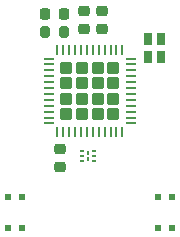
<source format=gbr>
%TF.GenerationSoftware,KiCad,Pcbnew,(6.0.7)*%
%TF.CreationDate,2023-02-02T23:10:42+01:00*%
%TF.ProjectId,ESP31-01_V4,45535033-312d-4303-915f-56342e6b6963,rev?*%
%TF.SameCoordinates,Original*%
%TF.FileFunction,Paste,Top*%
%TF.FilePolarity,Positive*%
%FSLAX46Y46*%
G04 Gerber Fmt 4.6, Leading zero omitted, Abs format (unit mm)*
G04 Created by KiCad (PCBNEW (6.0.7)) date 2023-02-02 23:10:42*
%MOMM*%
%LPD*%
G01*
G04 APERTURE LIST*
G04 Aperture macros list*
%AMRoundRect*
0 Rectangle with rounded corners*
0 $1 Rounding radius*
0 $2 $3 $4 $5 $6 $7 $8 $9 X,Y pos of 4 corners*
0 Add a 4 corners polygon primitive as box body*
4,1,4,$2,$3,$4,$5,$6,$7,$8,$9,$2,$3,0*
0 Add four circle primitives for the rounded corners*
1,1,$1+$1,$2,$3*
1,1,$1+$1,$4,$5*
1,1,$1+$1,$6,$7*
1,1,$1+$1,$8,$9*
0 Add four rect primitives between the rounded corners*
20,1,$1+$1,$2,$3,$4,$5,0*
20,1,$1+$1,$4,$5,$6,$7,0*
20,1,$1+$1,$6,$7,$8,$9,0*
20,1,$1+$1,$8,$9,$2,$3,0*%
G04 Aperture macros list end*
%ADD10RoundRect,0.060000X0.060000X0.130000X-0.060000X0.130000X-0.060000X-0.130000X0.060000X-0.130000X0*%
%ADD11R,0.350000X0.180000*%
%ADD12RoundRect,0.225000X0.250000X-0.225000X0.250000X0.225000X-0.250000X0.225000X-0.250000X-0.225000X0*%
%ADD13RoundRect,0.225000X-0.225000X-0.250000X0.225000X-0.250000X0.225000X0.250000X-0.225000X0.250000X0*%
%ADD14RoundRect,0.225000X-0.250000X0.225000X-0.250000X-0.225000X0.250000X-0.225000X0.250000X0.225000X0*%
%ADD15RoundRect,0.250000X-0.285000X0.285000X-0.285000X-0.285000X0.285000X-0.285000X0.285000X0.285000X0*%
%ADD16RoundRect,0.062500X-0.062500X0.337500X-0.062500X-0.337500X0.062500X-0.337500X0.062500X0.337500X0*%
%ADD17RoundRect,0.062500X-0.337500X0.062500X-0.337500X-0.062500X0.337500X-0.062500X0.337500X0.062500X0*%
%ADD18RoundRect,0.200000X0.200000X0.275000X-0.200000X0.275000X-0.200000X-0.275000X0.200000X-0.275000X0*%
%ADD19R,0.600000X0.600000*%
%ADD20R,0.800000X1.000000*%
G04 APERTURE END LIST*
D10*
%TO.C,U1*%
X111350000Y-108735000D03*
X111350000Y-108265000D03*
D11*
X111825000Y-108900000D03*
X111825000Y-108500000D03*
X111825000Y-108100000D03*
X110875000Y-108100000D03*
X110875000Y-108500000D03*
X110875000Y-108900000D03*
%TD*%
D12*
%TO.C,C1*%
X109000000Y-109425000D03*
X109000000Y-107875000D03*
%TD*%
D13*
%TO.C,C2*%
X107725000Y-96500000D03*
X109275000Y-96500000D03*
%TD*%
D14*
%TO.C,C3*%
X111000000Y-96225000D03*
X111000000Y-97775000D03*
%TD*%
%TO.C,C4*%
X112500000Y-96225000D03*
X112500000Y-97775000D03*
%TD*%
D15*
%TO.C,U2*%
X113480000Y-104980000D03*
X112160000Y-102340000D03*
X112160000Y-104980000D03*
X113480000Y-103660000D03*
X113480000Y-102340000D03*
X112160000Y-103660000D03*
X110840000Y-101020000D03*
X109520000Y-103660000D03*
X112160000Y-101020000D03*
X113480000Y-101020000D03*
X110840000Y-102340000D03*
X109520000Y-102340000D03*
X109520000Y-104980000D03*
X109520000Y-101020000D03*
X110840000Y-104980000D03*
X110840000Y-103660000D03*
D16*
X114250000Y-99550000D03*
X113750000Y-99550000D03*
X113250000Y-99550000D03*
X112750000Y-99550000D03*
X112250000Y-99550000D03*
X111750000Y-99550000D03*
X111250000Y-99550000D03*
X110750000Y-99550000D03*
X110250000Y-99550000D03*
X109750000Y-99550000D03*
X109250000Y-99550000D03*
X108750000Y-99550000D03*
D17*
X108050000Y-100250000D03*
X108050000Y-100750000D03*
X108050000Y-101250000D03*
X108050000Y-101750000D03*
X108050000Y-102250000D03*
X108050000Y-102750000D03*
X108050000Y-103250000D03*
X108050000Y-103750000D03*
X108050000Y-104250000D03*
X108050000Y-104750000D03*
X108050000Y-105250000D03*
X108050000Y-105750000D03*
D16*
X108750000Y-106450000D03*
X109250000Y-106450000D03*
X109750000Y-106450000D03*
X110250000Y-106450000D03*
X110750000Y-106450000D03*
X111250000Y-106450000D03*
X111750000Y-106450000D03*
X112250000Y-106450000D03*
X112750000Y-106450000D03*
X113250000Y-106450000D03*
X113750000Y-106450000D03*
X114250000Y-106450000D03*
D17*
X114950000Y-105750000D03*
X114950000Y-105250000D03*
X114950000Y-104750000D03*
X114950000Y-104250000D03*
X114950000Y-103750000D03*
X114950000Y-103250000D03*
X114950000Y-102750000D03*
X114950000Y-102250000D03*
X114950000Y-101750000D03*
X114950000Y-101250000D03*
X114950000Y-100750000D03*
X114950000Y-100250000D03*
%TD*%
D18*
%TO.C,R1*%
X109325000Y-98000000D03*
X107675000Y-98000000D03*
%TD*%
D19*
%TO.C,SW1*%
X118456000Y-111984000D03*
X118456000Y-114584000D03*
X117256000Y-114584000D03*
X117256000Y-111984000D03*
%TD*%
%TO.C,SW2*%
X104556000Y-111984000D03*
X104556000Y-114584000D03*
X105756000Y-114584000D03*
X105756000Y-111984000D03*
%TD*%
D20*
%TO.C,D1*%
X117550000Y-98590000D03*
X116450000Y-98590000D03*
X116450000Y-100090000D03*
X117550000Y-100090000D03*
%TD*%
M02*

</source>
